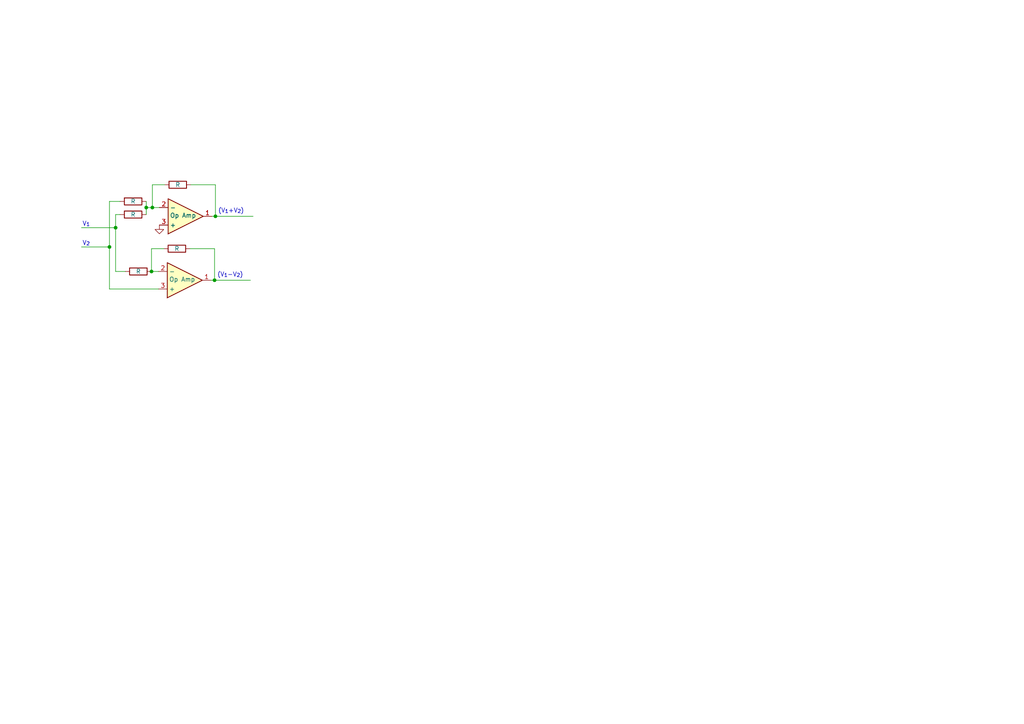
<source format=kicad_sch>
(kicad_sch (version 20211123) (generator eeschema)

  (uuid a1545928-1195-40b9-b3c4-78f837012afb)

  (paper "A4")

  (lib_symbols
    (symbol "Device:Opamp_Dual" (in_bom yes) (on_board yes)
      (property "Reference" "U" (id 0) (at 0 5.08 0)
        (effects (font (size 1.27 1.27)) (justify left))
      )
      (property "Value" "Opamp_Dual" (id 1) (at 0 -5.08 0)
        (effects (font (size 1.27 1.27)) (justify left))
      )
      (property "Footprint" "" (id 2) (at 0 0 0)
        (effects (font (size 1.27 1.27)) hide)
      )
      (property "Datasheet" "~" (id 3) (at 0 0 0)
        (effects (font (size 1.27 1.27)) hide)
      )
      (property "ki_locked" "" (id 4) (at 0 0 0)
        (effects (font (size 1.27 1.27)))
      )
      (property "ki_keywords" "dual opamp" (id 5) (at 0 0 0)
        (effects (font (size 1.27 1.27)) hide)
      )
      (property "ki_description" "Dual operational amplifier" (id 6) (at 0 0 0)
        (effects (font (size 1.27 1.27)) hide)
      )
      (property "ki_fp_filters" "SOIC*3.9x4.9mm*P1.27mm* DIP*W7.62mm* MSOP*3x3mm*P0.65mm* SSOP*2.95x2.8mm*P0.65mm* TSSOP*3x3mm*P0.65mm* VSSOP*P0.5mm* TO?99*" (id 7) (at 0 0 0)
        (effects (font (size 1.27 1.27)) hide)
      )
      (symbol "Opamp_Dual_1_1"
        (polyline
          (pts
            (xy -5.08 5.08)
            (xy 5.08 0)
            (xy -5.08 -5.08)
            (xy -5.08 5.08)
          )
          (stroke (width 0.254) (type default) (color 0 0 0 0))
          (fill (type background))
        )
        (pin output line (at 7.62 0 180) (length 2.54)
          (name "~" (effects (font (size 1.27 1.27))))
          (number "1" (effects (font (size 1.27 1.27))))
        )
        (pin input line (at -7.62 -2.54 0) (length 2.54)
          (name "-" (effects (font (size 1.27 1.27))))
          (number "2" (effects (font (size 1.27 1.27))))
        )
        (pin input line (at -7.62 2.54 0) (length 2.54)
          (name "+" (effects (font (size 1.27 1.27))))
          (number "3" (effects (font (size 1.27 1.27))))
        )
      )
      (symbol "Opamp_Dual_2_1"
        (polyline
          (pts
            (xy -5.08 5.08)
            (xy 5.08 0)
            (xy -5.08 -5.08)
            (xy -5.08 5.08)
          )
          (stroke (width 0.254) (type default) (color 0 0 0 0))
          (fill (type background))
        )
        (pin input line (at -7.62 2.54 0) (length 2.54)
          (name "+" (effects (font (size 1.27 1.27))))
          (number "5" (effects (font (size 1.27 1.27))))
        )
        (pin input line (at -7.62 -2.54 0) (length 2.54)
          (name "-" (effects (font (size 1.27 1.27))))
          (number "6" (effects (font (size 1.27 1.27))))
        )
        (pin output line (at 7.62 0 180) (length 2.54)
          (name "~" (effects (font (size 1.27 1.27))))
          (number "7" (effects (font (size 1.27 1.27))))
        )
      )
      (symbol "Opamp_Dual_3_1"
        (pin power_in line (at -2.54 -7.62 90) (length 3.81)
          (name "V-" (effects (font (size 1.27 1.27))))
          (number "4" (effects (font (size 1.27 1.27))))
        )
        (pin power_in line (at -2.54 7.62 270) (length 3.81)
          (name "V+" (effects (font (size 1.27 1.27))))
          (number "8" (effects (font (size 1.27 1.27))))
        )
      )
    )
    (symbol "Device:R" (pin_numbers hide) (pin_names (offset 0)) (in_bom yes) (on_board yes)
      (property "Reference" "R" (id 0) (at 2.032 0 90)
        (effects (font (size 1.27 1.27)))
      )
      (property "Value" "R" (id 1) (at 0 0 90)
        (effects (font (size 1.27 1.27)))
      )
      (property "Footprint" "" (id 2) (at -1.778 0 90)
        (effects (font (size 1.27 1.27)) hide)
      )
      (property "Datasheet" "~" (id 3) (at 0 0 0)
        (effects (font (size 1.27 1.27)) hide)
      )
      (property "ki_keywords" "R res resistor" (id 4) (at 0 0 0)
        (effects (font (size 1.27 1.27)) hide)
      )
      (property "ki_description" "Resistor" (id 5) (at 0 0 0)
        (effects (font (size 1.27 1.27)) hide)
      )
      (property "ki_fp_filters" "R_*" (id 6) (at 0 0 0)
        (effects (font (size 1.27 1.27)) hide)
      )
      (symbol "R_0_1"
        (rectangle (start -1.016 -2.54) (end 1.016 2.54)
          (stroke (width 0.254) (type default) (color 0 0 0 0))
          (fill (type none))
        )
      )
      (symbol "R_1_1"
        (pin passive line (at 0 3.81 270) (length 1.27)
          (name "~" (effects (font (size 1.27 1.27))))
          (number "1" (effects (font (size 1.27 1.27))))
        )
        (pin passive line (at 0 -3.81 90) (length 1.27)
          (name "~" (effects (font (size 1.27 1.27))))
          (number "2" (effects (font (size 1.27 1.27))))
        )
      )
    )
    (symbol "power:GND" (power) (pin_names (offset 0)) (in_bom yes) (on_board yes)
      (property "Reference" "#PWR" (id 0) (at 0 -6.35 0)
        (effects (font (size 1.27 1.27)) hide)
      )
      (property "Value" "GND" (id 1) (at 0 -3.81 0)
        (effects (font (size 1.27 1.27)))
      )
      (property "Footprint" "" (id 2) (at 0 0 0)
        (effects (font (size 1.27 1.27)) hide)
      )
      (property "Datasheet" "" (id 3) (at 0 0 0)
        (effects (font (size 1.27 1.27)) hide)
      )
      (property "ki_keywords" "power-flag" (id 4) (at 0 0 0)
        (effects (font (size 1.27 1.27)) hide)
      )
      (property "ki_description" "Power symbol creates a global label with name \"GND\" , ground" (id 5) (at 0 0 0)
        (effects (font (size 1.27 1.27)) hide)
      )
      (symbol "GND_0_1"
        (polyline
          (pts
            (xy 0 0)
            (xy 0 -1.27)
            (xy 1.27 -1.27)
            (xy 0 -2.54)
            (xy -1.27 -1.27)
            (xy 0 -1.27)
          )
          (stroke (width 0) (type default) (color 0 0 0 0))
          (fill (type none))
        )
      )
      (symbol "GND_1_1"
        (pin power_in line (at 0 0 270) (length 0) hide
          (name "GND" (effects (font (size 1.27 1.27))))
          (number "1" (effects (font (size 1.27 1.27))))
        )
      )
    )
  )

  (junction (at 62.23 81.28) (diameter 0) (color 0 0 0 0)
    (uuid 4b8f23bc-3221-466e-8944-5461659b33a2)
  )
  (junction (at 33.528 66.04) (diameter 0) (color 0 0 0 0)
    (uuid 9518a8b6-dc4c-4a69-9438-c45b5a8133bd)
  )
  (junction (at 43.942 78.74) (diameter 0) (color 0 0 0 0)
    (uuid 96c00125-caf8-4541-b7a0-12430738d103)
  )
  (junction (at 62.484 62.738) (diameter 0) (color 0 0 0 0)
    (uuid afc79ada-8a04-4897-b182-96a4b96f9115)
  )
  (junction (at 42.418 60.198) (diameter 0) (color 0 0 0 0)
    (uuid f3803105-5d40-4b13-967e-c453edfa6257)
  )
  (junction (at 31.75 71.628) (diameter 0) (color 0 0 0 0)
    (uuid fb7ec70a-bc57-449e-9382-15a110632aab)
  )
  (junction (at 44.196 60.198) (diameter 0) (color 0 0 0 0)
    (uuid fbc9c14a-d573-452c-8b25-14df0dc94153)
  )

  (wire (pts (xy 33.528 62.23) (xy 34.798 62.23))
    (stroke (width 0) (type default) (color 0 0 0 0))
    (uuid 01701faa-005e-4e63-b000-c7c240b1d95b)
  )
  (wire (pts (xy 43.942 72.136) (xy 43.942 78.74))
    (stroke (width 0) (type default) (color 0 0 0 0))
    (uuid 017ace7d-49c3-4e45-ac38-c7d2fd7c2434)
  )
  (wire (pts (xy 42.418 60.198) (xy 42.418 62.23))
    (stroke (width 0) (type default) (color 0 0 0 0))
    (uuid 09bd2668-7806-4b98-9e52-395d50cbc694)
  )
  (wire (pts (xy 44.196 53.594) (xy 47.752 53.594))
    (stroke (width 0) (type default) (color 0 0 0 0))
    (uuid 0aff7e80-76ae-40e2-979d-13ccc214b40b)
  )
  (wire (pts (xy 43.942 78.74) (xy 45.974 78.74))
    (stroke (width 0) (type default) (color 0 0 0 0))
    (uuid 129748f3-f1bc-49f4-a883-560bcdd4eb95)
  )
  (wire (pts (xy 31.75 83.82) (xy 45.974 83.82))
    (stroke (width 0) (type default) (color 0 0 0 0))
    (uuid 230fbbc8-6d5e-4071-bffc-02092405bc03)
  )
  (wire (pts (xy 44.196 53.594) (xy 44.196 60.198))
    (stroke (width 0) (type default) (color 0 0 0 0))
    (uuid 2809d28e-a53c-419b-8d17-3f96dd534307)
  )
  (wire (pts (xy 62.484 62.738) (xy 61.468 62.738))
    (stroke (width 0) (type default) (color 0 0 0 0))
    (uuid 2b07ea83-13b7-438c-81ad-0c06d831906b)
  )
  (wire (pts (xy 62.23 81.28) (xy 72.644 81.28))
    (stroke (width 0) (type default) (color 0 0 0 0))
    (uuid 3e8324ed-75b7-421d-b71b-b1c467c5498a)
  )
  (wire (pts (xy 31.75 71.628) (xy 23.622 71.628))
    (stroke (width 0) (type default) (color 0 0 0 0))
    (uuid 446bc88d-4409-4041-9cdc-738db8f5c467)
  )
  (wire (pts (xy 55.372 53.594) (xy 62.484 53.594))
    (stroke (width 0) (type default) (color 0 0 0 0))
    (uuid 473935ce-32f4-4b34-b315-6d773b0ebea7)
  )
  (wire (pts (xy 34.798 58.42) (xy 31.75 58.42))
    (stroke (width 0) (type default) (color 0 0 0 0))
    (uuid 4d9fdabc-e03c-4517-82b6-f2cdf45910f3)
  )
  (wire (pts (xy 42.418 60.198) (xy 44.196 60.198))
    (stroke (width 0) (type default) (color 0 0 0 0))
    (uuid 4e0a6a0b-e5f0-4f72-a93f-51774f4d3e23)
  )
  (wire (pts (xy 62.23 81.28) (xy 61.214 81.28))
    (stroke (width 0) (type default) (color 0 0 0 0))
    (uuid 55dd9d88-5ed3-4281-9bde-b1ee8b58eb0f)
  )
  (wire (pts (xy 43.942 72.136) (xy 47.498 72.136))
    (stroke (width 0) (type default) (color 0 0 0 0))
    (uuid 72c5451d-2460-4c6b-ae1c-2f630b54ad9b)
  )
  (wire (pts (xy 23.622 66.04) (xy 33.528 66.04))
    (stroke (width 0) (type default) (color 0 0 0 0))
    (uuid 92cee68c-aae1-43ed-9098-5531a2a31214)
  )
  (wire (pts (xy 31.75 71.628) (xy 31.75 83.82))
    (stroke (width 0) (type default) (color 0 0 0 0))
    (uuid 930dceeb-87f8-4819-b067-b493ef260a53)
  )
  (wire (pts (xy 33.528 78.74) (xy 33.528 66.04))
    (stroke (width 0) (type default) (color 0 0 0 0))
    (uuid aad68180-d2da-4cb3-9911-4b54cea1d88b)
  )
  (wire (pts (xy 62.484 62.738) (xy 73.406 62.738))
    (stroke (width 0) (type default) (color 0 0 0 0))
    (uuid b7d4e3b6-6393-431c-ab61-73f356a015f1)
  )
  (wire (pts (xy 42.418 58.42) (xy 42.418 60.198))
    (stroke (width 0) (type default) (color 0 0 0 0))
    (uuid c31e94f6-ea59-4f8b-836c-962b906b3567)
  )
  (wire (pts (xy 62.23 72.136) (xy 62.23 81.28))
    (stroke (width 0) (type default) (color 0 0 0 0))
    (uuid d5f6f77e-f29b-4293-bd65-fce7209ba770)
  )
  (wire (pts (xy 31.75 58.42) (xy 31.75 71.628))
    (stroke (width 0) (type default) (color 0 0 0 0))
    (uuid d95052ab-f1ed-4cd3-9359-b3f2ab18b646)
  )
  (wire (pts (xy 55.118 72.136) (xy 62.23 72.136))
    (stroke (width 0) (type default) (color 0 0 0 0))
    (uuid df65c2d7-b28b-4e15-9e8b-e75a625db482)
  )
  (wire (pts (xy 33.528 66.04) (xy 33.528 62.23))
    (stroke (width 0) (type default) (color 0 0 0 0))
    (uuid e8e6d246-5bbd-4f18-a92a-e2e82d2e026a)
  )
  (wire (pts (xy 62.484 53.594) (xy 62.484 62.738))
    (stroke (width 0) (type default) (color 0 0 0 0))
    (uuid ee6e0edc-a680-4d67-8c71-86dafd59eaa5)
  )
  (wire (pts (xy 44.196 60.198) (xy 46.228 60.198))
    (stroke (width 0) (type default) (color 0 0 0 0))
    (uuid f30bc2fe-b2bf-42fa-9c89-af20a17478f6)
  )
  (wire (pts (xy 36.322 78.74) (xy 33.528 78.74))
    (stroke (width 0) (type default) (color 0 0 0 0))
    (uuid fd1b8c8f-6432-401f-967b-1af9c58e769b)
  )

  (text "V_{2}" (at 23.876 71.374 0)
    (effects (font (size 1.27 1.27)) (justify left bottom))
    (uuid 7137a57b-c911-48ff-9982-6a8c8f32e100)
  )
  (text "V_{1}" (at 23.876 65.786 0)
    (effects (font (size 1.27 1.27)) (justify left bottom))
    (uuid 7fe934ef-99b4-4ca0-aec3-e5962a50250b)
  )
  (text "(V_{1}-V_{2})" (at 62.992 80.518 0)
    (effects (font (size 1.27 1.27)) (justify left bottom))
    (uuid 9318ed29-e651-4367-9542-d2f3d519a43e)
  )
  (text "(V_{1}+V_{2})" (at 63.246 61.976 0)
    (effects (font (size 1.27 1.27)) (justify left bottom))
    (uuid a38e3e0b-35c3-48a1-b1b2-f567d1816de8)
  )

  (symbol (lib_id "Device:R") (at 51.562 53.594 90) (unit 1)
    (in_bom yes) (on_board yes)
    (uuid 029dcc0d-a52a-4d05-bedc-7cb19df231a7)
    (property "Reference" "R?" (id 0) (at 51.562 56.134 90)
      (effects (font (size 1.27 1.27)) hide)
    )
    (property "Value" "R" (id 1) (at 51.562 53.594 90))
    (property "Footprint" "" (id 2) (at 51.562 55.372 90)
      (effects (font (size 1.27 1.27)) hide)
    )
    (property "Datasheet" "~" (id 3) (at 51.562 53.594 0)
      (effects (font (size 1.27 1.27)) hide)
    )
    (pin "1" (uuid 219c21c4-83be-491a-a886-d05add5da8ca))
    (pin "2" (uuid 6680463b-ccc7-4b1c-9c3b-3baeca03b71d))
  )

  (symbol (lib_id "Device:R") (at 51.308 72.136 90) (unit 1)
    (in_bom yes) (on_board yes)
    (uuid 0376fb61-3db8-44ca-858d-17b3ff88b44a)
    (property "Reference" "R?" (id 0) (at 51.308 74.676 90)
      (effects (font (size 1.27 1.27)) hide)
    )
    (property "Value" "R" (id 1) (at 51.308 72.136 90))
    (property "Footprint" "" (id 2) (at 51.308 73.914 90)
      (effects (font (size 1.27 1.27)) hide)
    )
    (property "Datasheet" "~" (id 3) (at 51.308 72.136 0)
      (effects (font (size 1.27 1.27)) hide)
    )
    (pin "1" (uuid 1dc13f1e-cd34-42a9-867e-7cbac1060906))
    (pin "2" (uuid 2c11498f-3a01-4af6-a53e-f2f5aba7d2c2))
  )

  (symbol (lib_id "Device:R") (at 38.608 58.42 90) (unit 1)
    (in_bom yes) (on_board yes)
    (uuid 0471f725-0238-4fe5-929e-b81775548504)
    (property "Reference" "R?" (id 0) (at 38.608 60.96 90)
      (effects (font (size 1.27 1.27)) hide)
    )
    (property "Value" "R" (id 1) (at 38.608 58.42 90))
    (property "Footprint" "" (id 2) (at 38.608 60.198 90)
      (effects (font (size 1.27 1.27)) hide)
    )
    (property "Datasheet" "~" (id 3) (at 38.608 58.42 0)
      (effects (font (size 1.27 1.27)) hide)
    )
    (pin "1" (uuid ac7fd36d-543f-4c1b-992e-2010979f62e4))
    (pin "2" (uuid ca00461b-5d0f-4d8e-a71d-92068dde40d4))
  )

  (symbol (lib_id "Device:Opamp_Dual") (at 53.594 81.28 0) (mirror x) (unit 1)
    (in_bom yes) (on_board yes)
    (uuid 095c4326-5a8c-4706-b087-3f02d0e89ed3)
    (property "Reference" "U?" (id 0) (at 53.594 71.12 0)
      (effects (font (size 1.27 1.27)) hide)
    )
    (property "Value" "Op Amp" (id 1) (at 52.832 81.026 0))
    (property "Footprint" "" (id 2) (at 53.594 81.28 0)
      (effects (font (size 1.27 1.27)) hide)
    )
    (property "Datasheet" "~" (id 3) (at 53.594 81.28 0)
      (effects (font (size 1.27 1.27)) hide)
    )
    (pin "1" (uuid 315a8364-7685-4e61-a8a7-31abcacb3277))
    (pin "2" (uuid 4c1a7081-b535-4a3e-bc8a-0e2524dfeb62))
    (pin "3" (uuid 27ffc02d-7ad6-4382-80f0-bc5bd21d5aa5))
  )

  (symbol (lib_id "power:GND") (at 46.228 65.278 0) (unit 1)
    (in_bom yes) (on_board yes) (fields_autoplaced)
    (uuid 411bce5e-176f-473a-89d8-1cebcaa499c9)
    (property "Reference" "#PWR?" (id 0) (at 46.228 71.628 0)
      (effects (font (size 1.27 1.27)) hide)
    )
    (property "Value" "GND" (id 1) (at 46.228 70.358 0)
      (effects (font (size 1.27 1.27)) hide)
    )
    (property "Footprint" "" (id 2) (at 46.228 65.278 0)
      (effects (font (size 1.27 1.27)) hide)
    )
    (property "Datasheet" "" (id 3) (at 46.228 65.278 0)
      (effects (font (size 1.27 1.27)) hide)
    )
    (pin "1" (uuid 74fc1ebf-1b9b-4914-8d81-f72bb743ab5f))
  )

  (symbol (lib_id "Device:R") (at 38.608 62.23 90) (unit 1)
    (in_bom yes) (on_board yes)
    (uuid 5677aff8-277b-4c50-b605-aea5cba5119c)
    (property "Reference" "R?" (id 0) (at 38.608 64.77 90)
      (effects (font (size 1.27 1.27)) hide)
    )
    (property "Value" "R" (id 1) (at 38.608 62.23 90))
    (property "Footprint" "" (id 2) (at 38.608 64.008 90)
      (effects (font (size 1.27 1.27)) hide)
    )
    (property "Datasheet" "~" (id 3) (at 38.608 62.23 0)
      (effects (font (size 1.27 1.27)) hide)
    )
    (pin "1" (uuid e4a8d258-5382-464b-8f02-3c4c1100412c))
    (pin "2" (uuid 161200e4-736a-4698-8fd5-d6941bf1e5f4))
  )

  (symbol (lib_id "Device:R") (at 40.132 78.74 90) (unit 1)
    (in_bom yes) (on_board yes)
    (uuid f4ea53ed-5ff9-4bca-b0bc-02c7372f28ae)
    (property "Reference" "R?" (id 0) (at 40.132 81.28 90)
      (effects (font (size 1.27 1.27)) hide)
    )
    (property "Value" "R" (id 1) (at 40.132 78.74 90))
    (property "Footprint" "" (id 2) (at 40.132 80.518 90)
      (effects (font (size 1.27 1.27)) hide)
    )
    (property "Datasheet" "~" (id 3) (at 40.132 78.74 0)
      (effects (font (size 1.27 1.27)) hide)
    )
    (pin "1" (uuid 46a74fe3-d36b-4d3b-a786-9428e6eb53df))
    (pin "2" (uuid b6f54edb-84a0-4147-b9bd-5198d6bc18af))
  )

  (symbol (lib_id "Device:Opamp_Dual") (at 53.848 62.738 0) (mirror x) (unit 1)
    (in_bom yes) (on_board yes)
    (uuid f7a08f47-28a3-4664-b73f-efd412909c91)
    (property "Reference" "U?" (id 0) (at 53.848 52.578 0)
      (effects (font (size 1.27 1.27)) hide)
    )
    (property "Value" "Op Amp" (id 1) (at 53.086 62.484 0))
    (property "Footprint" "" (id 2) (at 53.848 62.738 0)
      (effects (font (size 1.27 1.27)) hide)
    )
    (property "Datasheet" "~" (id 3) (at 53.848 62.738 0)
      (effects (font (size 1.27 1.27)) hide)
    )
    (pin "1" (uuid 654b3b97-d6ef-4fab-aedc-733bab6d7f72))
    (pin "2" (uuid 6b56dce3-891e-4c99-a6a2-469129a36085))
    (pin "3" (uuid 4c7091d4-515a-46e1-8ca0-f82aa5cb62fb))
  )

  (sheet_instances
    (path "/" (page "1"))
  )

  (symbol_instances
    (path "/411bce5e-176f-473a-89d8-1cebcaa499c9"
      (reference "#PWR?") (unit 1) (value "GND") (footprint "")
    )
    (path "/029dcc0d-a52a-4d05-bedc-7cb19df231a7"
      (reference "R?") (unit 1) (value "R") (footprint "")
    )
    (path "/0376fb61-3db8-44ca-858d-17b3ff88b44a"
      (reference "R?") (unit 1) (value "R") (footprint "")
    )
    (path "/0471f725-0238-4fe5-929e-b81775548504"
      (reference "R?") (unit 1) (value "R") (footprint "")
    )
    (path "/5677aff8-277b-4c50-b605-aea5cba5119c"
      (reference "R?") (unit 1) (value "R") (footprint "")
    )
    (path "/f4ea53ed-5ff9-4bca-b0bc-02c7372f28ae"
      (reference "R?") (unit 1) (value "R") (footprint "")
    )
    (path "/095c4326-5a8c-4706-b087-3f02d0e89ed3"
      (reference "U?") (unit 1) (value "Op Amp") (footprint "")
    )
    (path "/f7a08f47-28a3-4664-b73f-efd412909c91"
      (reference "U?") (unit 1) (value "Op Amp") (footprint "")
    )
  )
)

</source>
